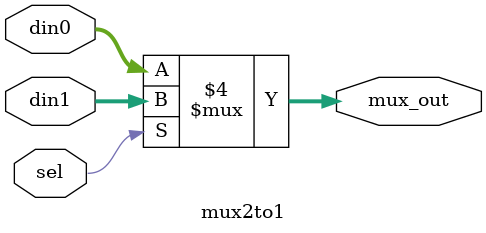
<source format=v>
`timescale 1ns/1ps
module mux2to1(din0, din1, sel, mux_out);
input[7:0] din0, din1;
input sel;
output[7:0] mux_out;
reg[7:0] mux_out;
always @(din0, din1, sel)
begin
if(sel == 1'b0)
    mux_out <= din0;
else
    mux_out <= din1;
end
endmodule

</source>
